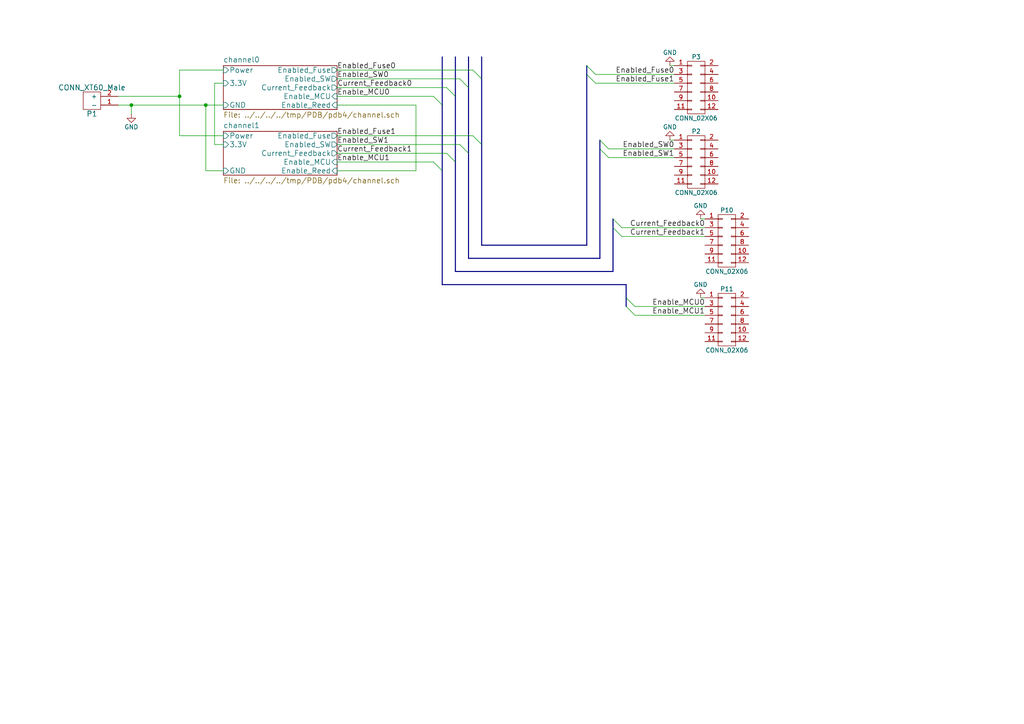
<source format=kicad_sch>
(kicad_sch (version 20230121) (generator eeschema)
  (paper "A4")
  (lib_symbols
    (symbol "pdb1-rescue:CONN_02X06" (pin_names (offset 0.0254) hide)
      (property "Reference" "P" (at 0 8.89 0))
      (property "Value" "CONN_02X06" (at 0 -8.89 0))
      (symbol "CONN_02X06_0_1"
        (rectangle (start -2.54 -6.223) (end -1.27 -6.477))
        (rectangle (start -2.54 -3.683) (end -1.27 -3.937))
        (rectangle (start -2.54 -1.143) (end -1.27 -1.397))
        (rectangle (start -2.54 1.397) (end -1.27 1.143))
        (rectangle (start -2.54 3.937) (end -1.27 3.683))
        (rectangle (start -2.54 6.477) (end -1.27 6.223))
        (rectangle (start -2.54 7.62) (end 2.54 -7.62))
        (rectangle (start 1.27 -6.223) (end 2.54 -6.477))
        (rectangle (start 1.27 -3.683) (end 2.54 -3.937))
        (rectangle (start 1.27 -1.143) (end 2.54 -1.397))
        (rectangle (start 1.27 1.397) (end 2.54 1.143))
        (rectangle (start 1.27 3.937) (end 2.54 3.683))
        (rectangle (start 1.27 6.477) (end 2.54 6.223))
      )
      (symbol "CONN_02X06_1_1"
        (pin passive line (at -6.35 6.35 0) (length 3.81) (name "P1") (number "1"))
        (pin passive line (at 6.35 -3.81 180) (length 3.81) (name "P10") (number "10"))
        (pin passive line (at -6.35 -6.35 0) (length 3.81) (name "P11") (number "11"))
        (pin passive line (at 6.35 -6.35 180) (length 3.81) (name "P12") (number "12"))
        (pin passive line (at 6.35 6.35 180) (length 3.81) (name "P2") (number "2"))
        (pin passive line (at -6.35 3.81 0) (length 3.81) (name "P3") (number "3"))
        (pin passive line (at 6.35 3.81 180) (length 3.81) (name "P4") (number "4"))
        (pin passive line (at -6.35 1.27 0) (length 3.81) (name "P5") (number "5"))
        (pin passive line (at 6.35 1.27 180) (length 3.81) (name "P6") (number "6"))
        (pin passive line (at -6.35 -1.27 0) (length 3.81) (name "P7") (number "7"))
        (pin passive line (at 6.35 -1.27 180) (length 3.81) (name "P8") (number "8"))
        (pin passive line (at -6.35 -3.81 0) (length 3.81) (name "P9") (number "9"))
      )
    )
    (symbol "pdb1-rescue:CONN_XT60_Male" (pin_names (offset 1.016))
      (property "Reference" "P" (at 0 3.81 0))
      (property "Value" "CONN_XT60_Male" (at 0 -3.81 0))
      (symbol "CONN_XT60_Male_0_1"
        (rectangle (start 2.54 -2.54) (end -2.54 2.54))
      )
      (symbol "CONN_XT60_Male_1_1"
        (pin input line (at 7.62 1.27 180) (length 5.08) (name "-") (number "1"))
        (pin input line (at 7.62 -1.27 180) (length 5.08) (name "+") (number "2"))
      )
    )
    (symbol "pdb1-rescue:GND" (power) (pin_names (offset 0))
      (property "Value" "GND" (at 0 -3.81 0))
      (symbol "GND_0_1"
        (polyline (pts (xy 0 0) (xy 0 -1.27) (xy 1.27 -1.27) (xy 0 -2.54) (xy -1.27 -1.27) (xy 0 -1.27)))
      )
      (symbol "GND_1_1"
        (pin power_in line (at 0 0 270) (length 0) hide (name "GND") (number "1"))
      )
    )
  )
  (junction (at 59.69 30.48))
  (junction (at 38.1 30.48))
  (junction (at 52.07 27.94))
  (bus_entry (at 137.16 39.37) (size 2.54 2.54))
  (bus_entry (at 177.8 63.5) (size 2.54 2.54))
  (bus_entry (at 129.54 44.45) (size 2.54 2.54))
  (bus_entry (at 181.61 86.36) (size 2.54 2.54))
  (bus_entry (at 170.18 19.05) (size 2.54 2.54))
  (bus_entry (at 125.73 46.99) (size 2.54 2.54))
  (bus_entry (at 125.73 27.94) (size 2.54 2.54))
  (bus_entry (at 170.18 21.59) (size 2.54 2.54))
  (bus_entry (at 137.16 20.32) (size 2.54 2.54))
  (bus_entry (at 129.54 25.4) (size 2.54 2.54))
  (bus_entry (at 133.35 41.91) (size 2.54 2.54))
  (bus_entry (at 181.61 88.9) (size 2.54 2.54))
  (bus_entry (at 173.99 40.64) (size 2.54 2.54))
  (bus_entry (at 133.35 22.86) (size 2.54 2.54))
  (bus_entry (at 177.8 66.04) (size 2.54 2.54))
  (bus_entry (at 173.99 43.18) (size 2.54 2.54))
  (wire (pts (xy 194.31 19.05) (xy 195.58 19.05)))
  (wire (pts (xy 203.2 63.5) (xy 204.47 63.5)))
  (wire (pts (xy 176.53 45.72) (xy 195.58 45.72)))
  (bus (pts (xy 132.08 16.51) (xy 132.08 27.94)))
  (wire (pts (xy 97.79 20.32) (xy 137.16 20.32)))
  (bus (pts (xy 132.08 46.99) (xy 132.08 78.74)))
  (wire (pts (xy 195.58 43.18) (xy 176.53 43.18)))
  (wire (pts (xy 52.07 20.32) (xy 52.07 27.94)))
  (wire (pts (xy 97.79 22.86) (xy 133.35 22.86)))
  (wire (pts (xy 97.79 46.99) (xy 125.73 46.99)))
  (bus (pts (xy 181.61 82.55) (xy 181.61 86.36)))
  (bus (pts (xy 132.08 27.94) (xy 132.08 46.99)))
  (wire (pts (xy 34.29 30.48) (xy 38.1 30.48)))
  (wire (pts (xy 97.79 30.48) (xy 120.65 30.48)))
  (bus (pts (xy 135.89 44.45) (xy 135.89 74.93)))
  (bus (pts (xy 132.08 78.74) (xy 177.8 78.74)))
  (bus (pts (xy 139.7 16.51) (xy 139.7 22.86)))
  (wire (pts (xy 97.79 44.45) (xy 129.54 44.45)))
  (bus (pts (xy 177.8 66.04) (xy 177.8 63.5)))
  (wire (pts (xy 62.23 24.13) (xy 64.77 24.13)))
  (wire (pts (xy 52.07 27.94) (xy 52.07 39.37)))
  (wire (pts (xy 62.23 41.91) (xy 62.23 24.13)))
  (wire (pts (xy 184.15 91.44) (xy 204.47 91.44)))
  (wire (pts (xy 184.15 88.9) (xy 204.47 88.9)))
  (wire (pts (xy 38.1 30.48) (xy 59.69 30.48)))
  (bus (pts (xy 173.99 43.18) (xy 173.99 40.64)))
  (bus (pts (xy 139.7 71.12) (xy 170.18 71.12)))
  (bus (pts (xy 177.8 78.74) (xy 177.8 66.04)))
  (bus (pts (xy 128.27 49.53) (xy 128.27 82.55)))
  (wire (pts (xy 34.29 27.94) (xy 52.07 27.94)))
  (wire (pts (xy 38.1 33.02) (xy 38.1 30.48)))
  (wire (pts (xy 203.2 86.36) (xy 204.47 86.36)))
  (wire (pts (xy 97.79 27.94) (xy 125.73 27.94)))
  (wire (pts (xy 64.77 49.53) (xy 59.69 49.53)))
  (bus (pts (xy 139.7 41.91) (xy 139.7 71.12)))
  (bus (pts (xy 128.27 30.48) (xy 128.27 49.53)))
  (wire (pts (xy 59.69 30.48) (xy 64.77 30.48)))
  (wire (pts (xy 172.72 21.59) (xy 195.58 21.59)))
  (wire (pts (xy 97.79 41.91) (xy 133.35 41.91)))
  (wire (pts (xy 120.65 30.48) (xy 120.65 49.53)))
  (bus (pts (xy 135.89 74.93) (xy 173.99 74.93)))
  (bus (pts (xy 135.89 16.51) (xy 135.89 25.4)))
  (wire (pts (xy 194.31 40.64) (xy 195.58 40.64)))
  (bus (pts (xy 128.27 82.55) (xy 181.61 82.55)))
  (wire (pts (xy 97.79 25.4) (xy 129.54 25.4)))
  (wire (pts (xy 195.58 24.13) (xy 172.72 24.13)))
  (wire (pts (xy 120.65 49.53) (xy 97.79 49.53)))
  (wire (pts (xy 204.47 66.04) (xy 180.34 66.04)))
  (bus (pts (xy 170.18 21.59) (xy 170.18 19.05)))
  (bus (pts (xy 128.27 16.51) (xy 128.27 30.48)))
  (bus (pts (xy 173.99 74.93) (xy 173.99 43.18)))
  (wire (pts (xy 59.69 49.53) (xy 59.69 30.48)))
  (wire (pts (xy 204.47 68.58) (xy 180.34 68.58)))
  (bus (pts (xy 135.89 25.4) (xy 135.89 44.45)))
  (bus (pts (xy 170.18 71.12) (xy 170.18 21.59)))
  (wire (pts (xy 52.07 20.32) (xy 64.77 20.32)))
  (bus (pts (xy 139.7 22.86) (xy 139.7 41.91)))
  (bus (pts (xy 181.61 86.36) (xy 181.61 88.9)))
  (wire (pts (xy 97.79 39.37) (xy 137.16 39.37)))
  (wire (pts (xy 52.07 39.37) (xy 64.77 39.37)))
  (wire (pts (xy 64.77 41.91) (xy 62.23 41.91)))
  (label "Enabled_Fuse1" (at 195.58 24.13 180) (effects (font (size 1.524 1.524))))
  (label "Current_Feedback0" (at 204.47 66.04 180) (effects (font (size 1.524 1.524))))
  (label "Enabled_SW0" (at 195.58 43.18 180) (effects (font (size 1.524 1.524))))
  (label "Enabled_Fuse1" (at 97.79 39.37 0) (effects (font (size 1.524 1.524))))
  (label "Current_Feedback0" (at 97.79 25.4 0) (effects (font (size 1.524 1.524))))
  (label "Enable_MCU1" (at 204.47 91.44 180) (effects (font (size 1.524 1.524))))
  (label "Enabled_SW0" (at 97.79 22.86 0) (effects (font (size 1.524 1.524))))
  (label "Current_Feedback1" (at 204.47 68.58 180) (effects (font (size 1.524 1.524))))
  (label "Enabled_SW1" (at 195.58 45.72 180) (effects (font (size 1.524 1.524))))
  (label "Enabled_SW1" (at 97.79 41.91 0) (effects (font (size 1.524 1.524))))
  (label "Enabled_Fuse0" (at 97.79 20.32 0) (effects (font (size 1.524 1.524))))
  (label "Enable_MCU1" (at 97.79 46.99 0) (effects (font (size 1.524 1.524))))
  (label "Enabled_Fuse0" (at 195.58 21.59 180) (effects (font (size 1.524 1.524))))
  (label "Enable_MCU0" (at 204.47 88.9 180) (effects (font (size 1.524 1.524))))
  (label "Current_Feedback1" (at 97.79 44.45 0) (effects (font (size 1.524 1.524))))
  (label "Enable_MCU0" (at 97.79 27.94 0) (effects (font (size 1.524 1.524))))
  (symbol (lib_id "pdb1-rescue:CONN_02X06") (at 201.93 46.99 0) (unit 1)
    (property "Reference" "P2" (at 201.93 38.1 0))
    (property "Value" "CONN_02X06" (at 201.93 55.88 0))
    (property "Footprint" "Pin_Headers:Pin_Header_Straight_2x06" (effects hide))
  )
  (symbol (lib_id "pdb1-rescue:CONN_XT60_Male") (at 26.67 29.21 0) (mirror x) (unit 1)
    (property "Reference" "P1" (at 26.67 33.02 0) (effects (font (size 1.524 1.524))))
    (property "Value" "CONN_XT60_Male" (at 26.67 25.4 0) (effects (font (size 1.524 1.524))))
    (property "Footprint" "KiCad-Dev:CONN_XT60_Male_Horizontal" (effects hide))
  )
  (symbol (lib_id "pdb1-rescue:CONN_02X06") (at 201.93 25.4 0) (unit 1)
    (property "Reference" "P3" (at 201.93 16.51 0))
    (property "Value" "CONN_02X06" (at 201.93 34.29 0))
    (property "Footprint" "Pin_Headers:Pin_Header_Straight_2x06" (effects hide))
  )
  (symbol (lib_id "pdb1-rescue:GND") (at 38.1 33.02 0) (unit 1)
    (property "Reference" "#PWR01" (effects hide))
    (property "Value" "GND" (at 38.1 36.83 0))
  )
  (symbol (lib_id "pdb1-rescue:GND") (at 194.31 19.05 180) (unit 1)
    (property "Reference" "#PWR02" (effects hide))
    (property "Value" "GND" (at 194.31 15.24 0))
  )
  (symbol (lib_id "pdb1-rescue:GND") (at 194.31 40.64 180) (unit 1)
    (property "Reference" "#PWR03" (effects hide))
    (property "Value" "GND" (at 194.31 36.83 0))
  )
  (symbol (lib_id "pdb1-rescue:CONN_02X06") (at 210.82 69.85 0) (unit 1)
    (property "Reference" "P10" (at 210.82 60.96 0))
    (property "Value" "CONN_02X06" (at 210.82 78.74 0))
    (property "Footprint" "Pin_Headers:Pin_Header_Straight_2x06" (effects hide))
  )
  (symbol (lib_id "pdb1-rescue:GND") (at 203.2 63.5 180) (unit 1)
    (property "Reference" "#PWR04" (effects hide))
    (property "Value" "GND" (at 203.2 59.69 0))
  )
  (symbol (lib_id "pdb1-rescue:CONN_02X06") (at 210.82 92.71 0) (unit 1)
    (property "Reference" "P11" (at 210.82 83.82 0))
    (property "Value" "CONN_02X06" (at 210.82 101.6 0))
    (property "Footprint" "Pin_Headers:Pin_Header_Straight_2x06" (effects hide))
  )
  (symbol (lib_id "pdb1-rescue:GND") (at 203.2 86.36 180) (unit 1)
    (property "Reference" "#PWR05" (effects hide))
    (property "Value" "GND" (at 203.2 82.55 0))
  )
  (sheet (at 64.77 19.05) (size 33.02 12.7)
    (property "Sheetname" "channel0" (at 64.77 18.2114 0) (effects (font (size 1.524 1.524)) (justify left bottom)))
    (property "Sheetfile" "../../../../tmp/PDB/pdb4/channel.sch" (at 64.77 32.4362 0) (effects (font (size 1.524 1.524)) (justify left top)))
    (pin "GND" input (at 64.77 30.48 180) (effects (font (size 1.524 1.524))))
    (pin "Enabled_Fuse" output (at 97.79 20.32 0) (effects (font (size 1.524 1.524))))
    (pin "Enabled_SW" output (at 97.79 22.86 0) (effects (font (size 1.524 1.524))))
    (pin "Current_Feedback" output (at 97.79 25.4 0) (effects (font (size 1.524 1.524))))
    (pin "Enable_MCU" input (at 97.79 27.94 0) (effects (font (size 1.524 1.524))))
    (pin "3.3V" input (at 64.77 24.13 180) (effects (font (size 1.524 1.524))))
    (pin "Power" input (at 64.77 20.32 180) (effects (font (size 1.524 1.524))))
    (pin "Enable_Reed" input (at 97.79 30.48 0) (effects (font (size 1.524 1.524))))
  )
  (sheet (at 64.77 38.1) (size 33.02 12.7)
    (property "Sheetname" "channel1" (at 64.77 37.2614 0) (effects (font (size 1.524 1.524)) (justify left bottom)))
    (property "Sheetfile" "../../../../tmp/PDB/pdb4/channel.sch" (at 64.77 51.4862 0) (effects (font (size 1.524 1.524)) (justify left top)))
    (pin "GND" input (at 64.77 49.53 180) (effects (font (size 1.524 1.524))))
    (pin "Enabled_Fuse" output (at 97.79 39.37 0) (effects (font (size 1.524 1.524))))
    (pin "Enabled_SW" output (at 97.79 41.91 0) (effects (font (size 1.524 1.524))))
    (pin "Current_Feedback" output (at 97.79 44.45 0) (effects (font (size 1.524 1.524))))
    (pin "Enable_MCU" input (at 97.79 46.99 0) (effects (font (size 1.524 1.524))))
    (pin "3.3V" input (at 64.77 41.91 180) (effects (font (size 1.524 1.524))))
    (pin "Enable_Reed" input (at 97.79 49.53 0) (effects (font (size 1.524 1.524))))
    (pin "Power" input (at 64.77 39.37 180) (effects (font (size 1.524 1.524))))
  )
)
</source>
